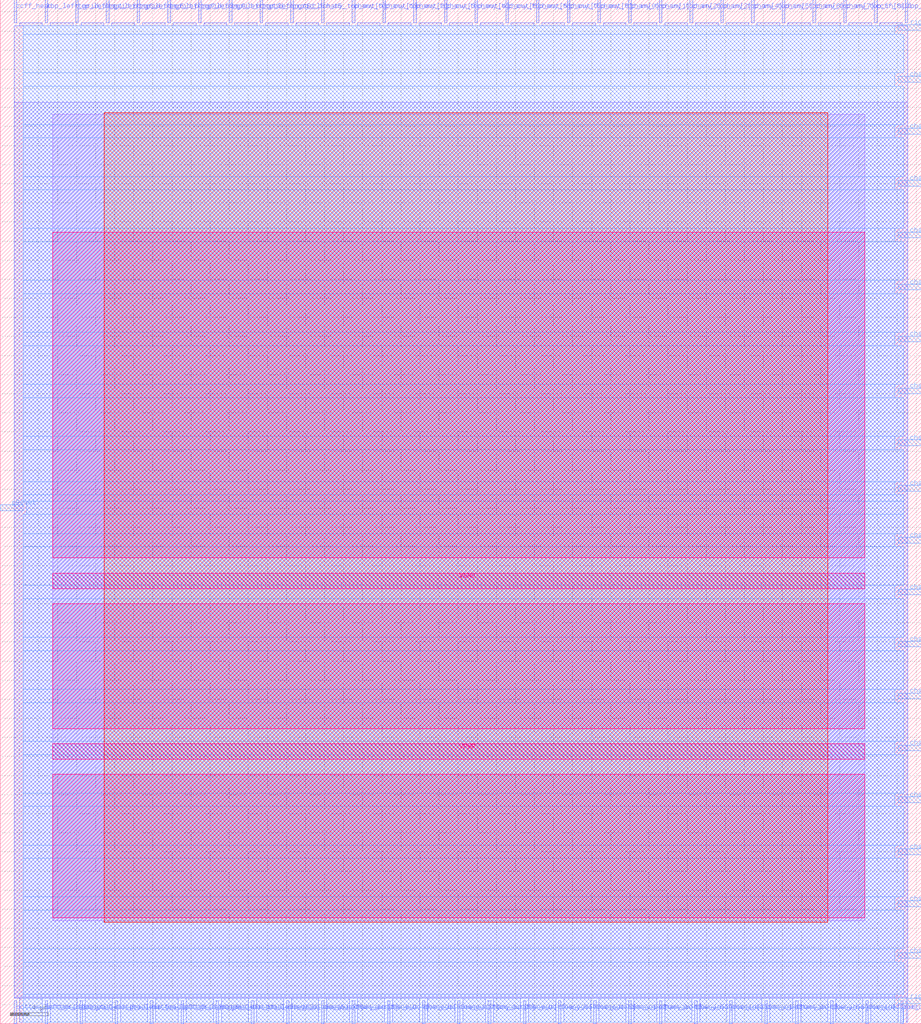
<source format=lef>
VERSION 5.7 ;
  NOWIREEXTENSIONATPIN ON ;
  DIVIDERCHAR "/" ;
  BUSBITCHARS "[]" ;
MACRO sb_0__1_
  CLASS BLOCK ;
  FOREIGN sb_0__1_ ;
  ORIGIN 0.000 0.000 ;
  SIZE 96.540 BY 107.260 ;
  PIN bottom_left_grid_pin_11_
    DIRECTION INPUT ;
    PORT
      LAYER met2 ;
        RECT 18.950 0.000 19.230 2.400 ;
    END
  END bottom_left_grid_pin_11_
  PIN bottom_left_grid_pin_13_
    DIRECTION INPUT ;
    PORT
      LAYER met2 ;
        RECT 22.630 0.000 22.910 2.400 ;
    END
  END bottom_left_grid_pin_13_
  PIN bottom_left_grid_pin_15_
    DIRECTION INPUT ;
    PORT
      LAYER met2 ;
        RECT 26.310 0.000 26.590 2.400 ;
    END
  END bottom_left_grid_pin_15_
  PIN bottom_left_grid_pin_1_
    DIRECTION INPUT ;
    PORT
      LAYER met2 ;
        RECT 1.470 0.000 1.750 2.400 ;
    END
  END bottom_left_grid_pin_1_
  PIN bottom_left_grid_pin_3_
    DIRECTION INPUT ;
    PORT
      LAYER met2 ;
        RECT 4.690 0.000 4.970 2.400 ;
    END
  END bottom_left_grid_pin_3_
  PIN bottom_left_grid_pin_5_
    DIRECTION INPUT ;
    PORT
      LAYER met2 ;
        RECT 8.370 0.000 8.650 2.400 ;
    END
  END bottom_left_grid_pin_5_
  PIN bottom_left_grid_pin_7_
    DIRECTION INPUT ;
    PORT
      LAYER met2 ;
        RECT 12.050 0.000 12.330 2.400 ;
    END
  END bottom_left_grid_pin_7_
  PIN bottom_left_grid_pin_9_
    DIRECTION INPUT ;
    PORT
      LAYER met2 ;
        RECT 15.730 0.000 16.010 2.400 ;
    END
  END bottom_left_grid_pin_9_
  PIN bottom_right_grid_pin_11_
    DIRECTION INPUT ;
    PORT
      LAYER met2 ;
        RECT 94.390 0.000 94.670 2.400 ;
    END
  END bottom_right_grid_pin_11_
  PIN ccff_head
    DIRECTION INPUT ;
    PORT
      LAYER met2 ;
        RECT 1.470 104.860 1.750 107.260 ;
    END
  END ccff_head
  PIN ccff_tail
    DIRECTION OUTPUT TRISTATE ;
    PORT
      LAYER met2 ;
        RECT 91.630 104.860 91.910 107.260 ;
    END
  END ccff_tail
  PIN chanx_right_in[0]
    DIRECTION INPUT ;
    PORT
      LAYER met3 ;
        RECT 94.140 55.800 96.540 56.400 ;
    END
  END chanx_right_in[0]
  PIN chanx_right_in[1]
    DIRECTION INPUT ;
    PORT
      LAYER met3 ;
        RECT 94.140 60.560 96.540 61.160 ;
    END
  END chanx_right_in[1]
  PIN chanx_right_in[2]
    DIRECTION INPUT ;
    PORT
      LAYER met3 ;
        RECT 94.140 66.000 96.540 66.600 ;
    END
  END chanx_right_in[2]
  PIN chanx_right_in[3]
    DIRECTION INPUT ;
    PORT
      LAYER met3 ;
        RECT 94.140 71.440 96.540 72.040 ;
    END
  END chanx_right_in[3]
  PIN chanx_right_in[4]
    DIRECTION INPUT ;
    PORT
      LAYER met3 ;
        RECT 94.140 76.880 96.540 77.480 ;
    END
  END chanx_right_in[4]
  PIN chanx_right_in[5]
    DIRECTION INPUT ;
    PORT
      LAYER met3 ;
        RECT 94.140 82.320 96.540 82.920 ;
    END
  END chanx_right_in[5]
  PIN chanx_right_in[6]
    DIRECTION INPUT ;
    PORT
      LAYER met3 ;
        RECT 94.140 87.760 96.540 88.360 ;
    END
  END chanx_right_in[6]
  PIN chanx_right_in[7]
    DIRECTION INPUT ;
    PORT
      LAYER met3 ;
        RECT 94.140 93.200 96.540 93.800 ;
    END
  END chanx_right_in[7]
  PIN chanx_right_in[8]
    DIRECTION INPUT ;
    PORT
      LAYER met3 ;
        RECT 94.140 98.640 96.540 99.240 ;
    END
  END chanx_right_in[8]
  PIN chanx_right_out[0]
    DIRECTION OUTPUT TRISTATE ;
    PORT
      LAYER met3 ;
        RECT 94.140 6.840 96.540 7.440 ;
    END
  END chanx_right_out[0]
  PIN chanx_right_out[1]
    DIRECTION OUTPUT TRISTATE ;
    PORT
      LAYER met3 ;
        RECT 94.140 12.280 96.540 12.880 ;
    END
  END chanx_right_out[1]
  PIN chanx_right_out[2]
    DIRECTION OUTPUT TRISTATE ;
    PORT
      LAYER met3 ;
        RECT 94.140 17.720 96.540 18.320 ;
    END
  END chanx_right_out[2]
  PIN chanx_right_out[3]
    DIRECTION OUTPUT TRISTATE ;
    PORT
      LAYER met3 ;
        RECT 94.140 23.160 96.540 23.760 ;
    END
  END chanx_right_out[3]
  PIN chanx_right_out[4]
    DIRECTION OUTPUT TRISTATE ;
    PORT
      LAYER met3 ;
        RECT 94.140 28.600 96.540 29.200 ;
    END
  END chanx_right_out[4]
  PIN chanx_right_out[5]
    DIRECTION OUTPUT TRISTATE ;
    PORT
      LAYER met3 ;
        RECT 94.140 34.040 96.540 34.640 ;
    END
  END chanx_right_out[5]
  PIN chanx_right_out[6]
    DIRECTION OUTPUT TRISTATE ;
    PORT
      LAYER met3 ;
        RECT 94.140 39.480 96.540 40.080 ;
    END
  END chanx_right_out[6]
  PIN chanx_right_out[7]
    DIRECTION OUTPUT TRISTATE ;
    PORT
      LAYER met3 ;
        RECT 94.140 44.920 96.540 45.520 ;
    END
  END chanx_right_out[7]
  PIN chanx_right_out[8]
    DIRECTION OUTPUT TRISTATE ;
    PORT
      LAYER met3 ;
        RECT 94.140 50.360 96.540 50.960 ;
    END
  END chanx_right_out[8]
  PIN chany_bottom_in[0]
    DIRECTION INPUT ;
    PORT
      LAYER met2 ;
        RECT 62.190 0.000 62.470 2.400 ;
    END
  END chany_bottom_in[0]
  PIN chany_bottom_in[1]
    DIRECTION INPUT ;
    PORT
      LAYER met2 ;
        RECT 65.870 0.000 66.150 2.400 ;
    END
  END chany_bottom_in[1]
  PIN chany_bottom_in[2]
    DIRECTION INPUT ;
    PORT
      LAYER met2 ;
        RECT 69.090 0.000 69.370 2.400 ;
    END
  END chany_bottom_in[2]
  PIN chany_bottom_in[3]
    DIRECTION INPUT ;
    PORT
      LAYER met2 ;
        RECT 72.770 0.000 73.050 2.400 ;
    END
  END chany_bottom_in[3]
  PIN chany_bottom_in[4]
    DIRECTION INPUT ;
    PORT
      LAYER met2 ;
        RECT 76.450 0.000 76.730 2.400 ;
    END
  END chany_bottom_in[4]
  PIN chany_bottom_in[5]
    DIRECTION INPUT ;
    PORT
      LAYER met2 ;
        RECT 80.130 0.000 80.410 2.400 ;
    END
  END chany_bottom_in[5]
  PIN chany_bottom_in[6]
    DIRECTION INPUT ;
    PORT
      LAYER met2 ;
        RECT 83.350 0.000 83.630 2.400 ;
    END
  END chany_bottom_in[6]
  PIN chany_bottom_in[7]
    DIRECTION INPUT ;
    PORT
      LAYER met2 ;
        RECT 87.030 0.000 87.310 2.400 ;
    END
  END chany_bottom_in[7]
  PIN chany_bottom_in[8]
    DIRECTION INPUT ;
    PORT
      LAYER met2 ;
        RECT 90.710 0.000 90.990 2.400 ;
    END
  END chany_bottom_in[8]
  PIN chany_bottom_out[0]
    DIRECTION OUTPUT TRISTATE ;
    PORT
      LAYER met2 ;
        RECT 29.990 0.000 30.270 2.400 ;
    END
  END chany_bottom_out[0]
  PIN chany_bottom_out[1]
    DIRECTION OUTPUT TRISTATE ;
    PORT
      LAYER met2 ;
        RECT 33.670 0.000 33.950 2.400 ;
    END
  END chany_bottom_out[1]
  PIN chany_bottom_out[2]
    DIRECTION OUTPUT TRISTATE ;
    PORT
      LAYER met2 ;
        RECT 36.890 0.000 37.170 2.400 ;
    END
  END chany_bottom_out[2]
  PIN chany_bottom_out[3]
    DIRECTION OUTPUT TRISTATE ;
    PORT
      LAYER met2 ;
        RECT 40.570 0.000 40.850 2.400 ;
    END
  END chany_bottom_out[3]
  PIN chany_bottom_out[4]
    DIRECTION OUTPUT TRISTATE ;
    PORT
      LAYER met2 ;
        RECT 44.250 0.000 44.530 2.400 ;
    END
  END chany_bottom_out[4]
  PIN chany_bottom_out[5]
    DIRECTION OUTPUT TRISTATE ;
    PORT
      LAYER met2 ;
        RECT 47.930 0.000 48.210 2.400 ;
    END
  END chany_bottom_out[5]
  PIN chany_bottom_out[6]
    DIRECTION OUTPUT TRISTATE ;
    PORT
      LAYER met2 ;
        RECT 51.150 0.000 51.430 2.400 ;
    END
  END chany_bottom_out[6]
  PIN chany_bottom_out[7]
    DIRECTION OUTPUT TRISTATE ;
    PORT
      LAYER met2 ;
        RECT 54.830 0.000 55.110 2.400 ;
    END
  END chany_bottom_out[7]
  PIN chany_bottom_out[8]
    DIRECTION OUTPUT TRISTATE ;
    PORT
      LAYER met2 ;
        RECT 58.510 0.000 58.790 2.400 ;
    END
  END chany_bottom_out[8]
  PIN chany_top_in[0]
    DIRECTION INPUT ;
    PORT
      LAYER met2 ;
        RECT 62.650 104.860 62.930 107.260 ;
    END
  END chany_top_in[0]
  PIN chany_top_in[1]
    DIRECTION INPUT ;
    PORT
      LAYER met2 ;
        RECT 65.870 104.860 66.150 107.260 ;
    END
  END chany_top_in[1]
  PIN chany_top_in[2]
    DIRECTION INPUT ;
    PORT
      LAYER met2 ;
        RECT 69.090 104.860 69.370 107.260 ;
    END
  END chany_top_in[2]
  PIN chany_top_in[3]
    DIRECTION INPUT ;
    PORT
      LAYER met2 ;
        RECT 72.310 104.860 72.590 107.260 ;
    END
  END chany_top_in[3]
  PIN chany_top_in[4]
    DIRECTION INPUT ;
    PORT
      LAYER met2 ;
        RECT 75.530 104.860 75.810 107.260 ;
    END
  END chany_top_in[4]
  PIN chany_top_in[5]
    DIRECTION INPUT ;
    PORT
      LAYER met2 ;
        RECT 78.750 104.860 79.030 107.260 ;
    END
  END chany_top_in[5]
  PIN chany_top_in[6]
    DIRECTION INPUT ;
    PORT
      LAYER met2 ;
        RECT 81.970 104.860 82.250 107.260 ;
    END
  END chany_top_in[6]
  PIN chany_top_in[7]
    DIRECTION INPUT ;
    PORT
      LAYER met2 ;
        RECT 85.190 104.860 85.470 107.260 ;
    END
  END chany_top_in[7]
  PIN chany_top_in[8]
    DIRECTION INPUT ;
    PORT
      LAYER met2 ;
        RECT 88.410 104.860 88.690 107.260 ;
    END
  END chany_top_in[8]
  PIN chany_top_out[0]
    DIRECTION OUTPUT TRISTATE ;
    PORT
      LAYER met2 ;
        RECT 33.670 104.860 33.950 107.260 ;
    END
  END chany_top_out[0]
  PIN chany_top_out[1]
    DIRECTION OUTPUT TRISTATE ;
    PORT
      LAYER met2 ;
        RECT 36.890 104.860 37.170 107.260 ;
    END
  END chany_top_out[1]
  PIN chany_top_out[2]
    DIRECTION OUTPUT TRISTATE ;
    PORT
      LAYER met2 ;
        RECT 40.110 104.860 40.390 107.260 ;
    END
  END chany_top_out[2]
  PIN chany_top_out[3]
    DIRECTION OUTPUT TRISTATE ;
    PORT
      LAYER met2 ;
        RECT 43.330 104.860 43.610 107.260 ;
    END
  END chany_top_out[3]
  PIN chany_top_out[4]
    DIRECTION OUTPUT TRISTATE ;
    PORT
      LAYER met2 ;
        RECT 46.550 104.860 46.830 107.260 ;
    END
  END chany_top_out[4]
  PIN chany_top_out[5]
    DIRECTION OUTPUT TRISTATE ;
    PORT
      LAYER met2 ;
        RECT 49.770 104.860 50.050 107.260 ;
    END
  END chany_top_out[5]
  PIN chany_top_out[6]
    DIRECTION OUTPUT TRISTATE ;
    PORT
      LAYER met2 ;
        RECT 52.990 104.860 53.270 107.260 ;
    END
  END chany_top_out[6]
  PIN chany_top_out[7]
    DIRECTION OUTPUT TRISTATE ;
    PORT
      LAYER met2 ;
        RECT 56.210 104.860 56.490 107.260 ;
    END
  END chany_top_out[7]
  PIN chany_top_out[8]
    DIRECTION OUTPUT TRISTATE ;
    PORT
      LAYER met2 ;
        RECT 59.430 104.860 59.710 107.260 ;
    END
  END chany_top_out[8]
  PIN pReset
    DIRECTION INPUT ;
    PORT
      LAYER met3 ;
        RECT 0.000 53.760 2.400 54.360 ;
    END
  END pReset
  PIN prog_clk
    DIRECTION INPUT ;
    PORT
      LAYER met2 ;
        RECT 30.450 104.860 30.730 107.260 ;
    END
  END prog_clk
  PIN right_bottom_grid_pin_12_
    DIRECTION INPUT ;
    PORT
      LAYER met3 ;
        RECT 94.140 2.080 96.540 2.680 ;
    END
  END right_bottom_grid_pin_12_
  PIN right_top_grid_pin_10_
    DIRECTION INPUT ;
    PORT
      LAYER met3 ;
        RECT 94.140 104.080 96.540 104.680 ;
    END
  END right_top_grid_pin_10_
  PIN top_left_grid_pin_11_
    DIRECTION INPUT ;
    PORT
      LAYER met2 ;
        RECT 20.790 104.860 21.070 107.260 ;
    END
  END top_left_grid_pin_11_
  PIN top_left_grid_pin_13_
    DIRECTION INPUT ;
    PORT
      LAYER met2 ;
        RECT 24.010 104.860 24.290 107.260 ;
    END
  END top_left_grid_pin_13_
  PIN top_left_grid_pin_15_
    DIRECTION INPUT ;
    PORT
      LAYER met2 ;
        RECT 27.230 104.860 27.510 107.260 ;
    END
  END top_left_grid_pin_15_
  PIN top_left_grid_pin_1_
    DIRECTION INPUT ;
    PORT
      LAYER met2 ;
        RECT 4.690 104.860 4.970 107.260 ;
    END
  END top_left_grid_pin_1_
  PIN top_left_grid_pin_3_
    DIRECTION INPUT ;
    PORT
      LAYER met2 ;
        RECT 7.910 104.860 8.190 107.260 ;
    END
  END top_left_grid_pin_3_
  PIN top_left_grid_pin_5_
    DIRECTION INPUT ;
    PORT
      LAYER met2 ;
        RECT 11.130 104.860 11.410 107.260 ;
    END
  END top_left_grid_pin_5_
  PIN top_left_grid_pin_7_
    DIRECTION INPUT ;
    PORT
      LAYER met2 ;
        RECT 14.350 104.860 14.630 107.260 ;
    END
  END top_left_grid_pin_7_
  PIN top_left_grid_pin_9_
    DIRECTION INPUT ;
    PORT
      LAYER met2 ;
        RECT 17.570 104.860 17.850 107.260 ;
    END
  END top_left_grid_pin_9_
  PIN top_right_grid_pin_11_
    DIRECTION INPUT ;
    PORT
      LAYER met2 ;
        RECT 94.850 104.860 95.130 107.260 ;
    END
  END top_right_grid_pin_11_
  PIN VPWR
    DIRECTION INPUT ;
    USE POWER ;
    PORT
      LAYER met5 ;
        RECT 5.520 27.715 90.620 29.315 ;
    END
  END VPWR
  PIN VGND
    DIRECTION INPUT ;
    USE GROUND ;
    PORT
      LAYER met5 ;
        RECT 5.520 45.595 90.620 47.195 ;
    END
  END VGND
  OBS
      LAYER li1 ;
        RECT 5.520 10.795 90.620 95.285 ;
      LAYER met1 ;
        RECT 1.450 2.760 95.150 96.520 ;
      LAYER met2 ;
        RECT 2.030 104.580 4.410 104.860 ;
        RECT 5.250 104.580 7.630 104.860 ;
        RECT 8.470 104.580 10.850 104.860 ;
        RECT 11.690 104.580 14.070 104.860 ;
        RECT 14.910 104.580 17.290 104.860 ;
        RECT 18.130 104.580 20.510 104.860 ;
        RECT 21.350 104.580 23.730 104.860 ;
        RECT 24.570 104.580 26.950 104.860 ;
        RECT 27.790 104.580 30.170 104.860 ;
        RECT 31.010 104.580 33.390 104.860 ;
        RECT 34.230 104.580 36.610 104.860 ;
        RECT 37.450 104.580 39.830 104.860 ;
        RECT 40.670 104.580 43.050 104.860 ;
        RECT 43.890 104.580 46.270 104.860 ;
        RECT 47.110 104.580 49.490 104.860 ;
        RECT 50.330 104.580 52.710 104.860 ;
        RECT 53.550 104.580 55.930 104.860 ;
        RECT 56.770 104.580 59.150 104.860 ;
        RECT 59.990 104.580 62.370 104.860 ;
        RECT 63.210 104.580 65.590 104.860 ;
        RECT 66.430 104.580 68.810 104.860 ;
        RECT 69.650 104.580 72.030 104.860 ;
        RECT 72.870 104.580 75.250 104.860 ;
        RECT 76.090 104.580 78.470 104.860 ;
        RECT 79.310 104.580 81.690 104.860 ;
        RECT 82.530 104.580 84.910 104.860 ;
        RECT 85.750 104.580 88.130 104.860 ;
        RECT 88.970 104.580 91.350 104.860 ;
        RECT 92.190 104.580 94.570 104.860 ;
        RECT 1.480 2.680 95.120 104.580 ;
        RECT 2.030 0.155 4.410 2.680 ;
        RECT 5.250 0.155 8.090 2.680 ;
        RECT 8.930 0.155 11.770 2.680 ;
        RECT 12.610 0.155 15.450 2.680 ;
        RECT 16.290 0.155 18.670 2.680 ;
        RECT 19.510 0.155 22.350 2.680 ;
        RECT 23.190 0.155 26.030 2.680 ;
        RECT 26.870 0.155 29.710 2.680 ;
        RECT 30.550 0.155 33.390 2.680 ;
        RECT 34.230 0.155 36.610 2.680 ;
        RECT 37.450 0.155 40.290 2.680 ;
        RECT 41.130 0.155 43.970 2.680 ;
        RECT 44.810 0.155 47.650 2.680 ;
        RECT 48.490 0.155 50.870 2.680 ;
        RECT 51.710 0.155 54.550 2.680 ;
        RECT 55.390 0.155 58.230 2.680 ;
        RECT 59.070 0.155 61.910 2.680 ;
        RECT 62.750 0.155 65.590 2.680 ;
        RECT 66.430 0.155 68.810 2.680 ;
        RECT 69.650 0.155 72.490 2.680 ;
        RECT 73.330 0.155 76.170 2.680 ;
        RECT 77.010 0.155 79.850 2.680 ;
        RECT 80.690 0.155 83.070 2.680 ;
        RECT 83.910 0.155 86.750 2.680 ;
        RECT 87.590 0.155 90.430 2.680 ;
        RECT 91.270 0.155 94.110 2.680 ;
        RECT 94.950 0.155 95.120 2.680 ;
      LAYER met3 ;
        RECT 2.400 103.680 93.740 104.545 ;
        RECT 2.400 99.640 94.695 103.680 ;
        RECT 2.400 98.240 93.740 99.640 ;
        RECT 2.400 94.200 94.695 98.240 ;
        RECT 2.400 92.800 93.740 94.200 ;
        RECT 2.400 88.760 94.695 92.800 ;
        RECT 2.400 87.360 93.740 88.760 ;
        RECT 2.400 83.320 94.695 87.360 ;
        RECT 2.400 81.920 93.740 83.320 ;
        RECT 2.400 77.880 94.695 81.920 ;
        RECT 2.400 76.480 93.740 77.880 ;
        RECT 2.400 72.440 94.695 76.480 ;
        RECT 2.400 71.040 93.740 72.440 ;
        RECT 2.400 67.000 94.695 71.040 ;
        RECT 2.400 65.600 93.740 67.000 ;
        RECT 2.400 61.560 94.695 65.600 ;
        RECT 2.400 60.160 93.740 61.560 ;
        RECT 2.400 56.800 94.695 60.160 ;
        RECT 2.400 55.400 93.740 56.800 ;
        RECT 2.400 54.760 94.695 55.400 ;
        RECT 2.800 53.360 94.695 54.760 ;
        RECT 2.400 51.360 94.695 53.360 ;
        RECT 2.400 49.960 93.740 51.360 ;
        RECT 2.400 45.920 94.695 49.960 ;
        RECT 2.400 44.520 93.740 45.920 ;
        RECT 2.400 40.480 94.695 44.520 ;
        RECT 2.400 39.080 93.740 40.480 ;
        RECT 2.400 35.040 94.695 39.080 ;
        RECT 2.400 33.640 93.740 35.040 ;
        RECT 2.400 29.600 94.695 33.640 ;
        RECT 2.400 28.200 93.740 29.600 ;
        RECT 2.400 24.160 94.695 28.200 ;
        RECT 2.400 22.760 93.740 24.160 ;
        RECT 2.400 18.720 94.695 22.760 ;
        RECT 2.400 17.320 93.740 18.720 ;
        RECT 2.400 13.280 94.695 17.320 ;
        RECT 2.400 11.880 93.740 13.280 ;
        RECT 2.400 7.840 94.695 11.880 ;
        RECT 2.400 6.440 93.740 7.840 ;
        RECT 2.400 3.080 94.695 6.440 ;
        RECT 2.400 1.680 93.740 3.080 ;
        RECT 2.400 0.175 94.695 1.680 ;
      LAYER met4 ;
        RECT 10.910 10.640 86.770 95.440 ;
      LAYER met5 ;
        RECT 5.520 48.795 90.620 82.945 ;
        RECT 5.520 30.915 90.620 43.995 ;
        RECT 5.520 11.100 90.620 26.115 ;
  END
END sb_0__1_
END LIBRARY


</source>
